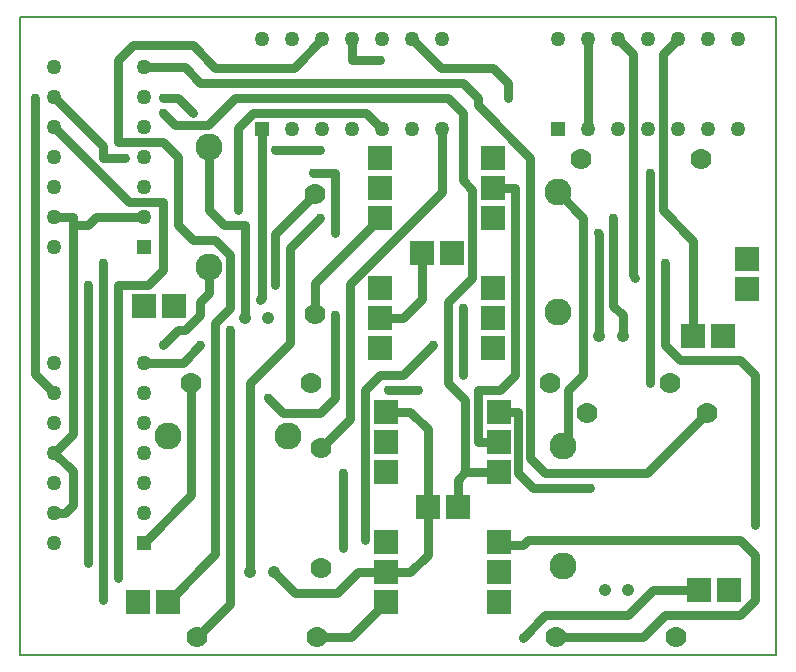
<source format=gbr>
G04 PROTEUS GERBER X2 FILE*
%TF.GenerationSoftware,Labcenter,Proteus,8.13-SP0-Build31525*%
%TF.CreationDate,2022-07-19T09:54:05+00:00*%
%TF.FileFunction,Copper,L1,Top*%
%TF.FilePolarity,Positive*%
%TF.Part,Single*%
%TF.SameCoordinates,{6f39dd04-efa5-45c4-8082-559ce8106841}*%
%FSLAX45Y45*%
%MOMM*%
G01*
%TA.AperFunction,Conductor*%
%ADD10C,0.762000*%
%TA.AperFunction,ViaPad*%
%ADD11C,0.762000*%
%TA.AperFunction,ComponentPad*%
%ADD12R,2.032000X2.032000*%
%ADD13C,1.778000*%
%ADD14C,2.286000*%
%ADD15C,1.050000*%
%TA.AperFunction,ComponentPad*%
%ADD16R,1.270000X1.270000*%
%ADD17C,1.270000*%
%TA.AperFunction,Profile*%
%ADD18C,0.203200*%
%TD.AperFunction*%
D10*
X-7874000Y+7620000D02*
X-8020000Y+7474000D01*
X-8350000Y+7474000D01*
X-7239000Y+8128000D02*
X-7239000Y+8561000D01*
X-6900000Y+8900000D01*
X-6350000Y+8696000D02*
X-6900000Y+8146000D01*
X-6900000Y+7884000D01*
X-5651500Y+7937500D02*
X-5651500Y+7366000D01*
X-4064000Y+7302500D02*
X-4064000Y+9080500D01*
X-7950000Y+7300000D02*
X-7950000Y+6350000D01*
X-8350000Y+5950000D01*
X-6000000Y+8400000D02*
X-6000000Y+8009500D01*
X-6159500Y+7850000D01*
X-6350000Y+7850000D01*
X-7302500Y+7175500D02*
X-7175500Y+7048500D01*
X-6858000Y+7048500D01*
X-6731000Y+7175500D01*
X-6731000Y+7874000D01*
X-7500000Y+7850000D02*
X-7500000Y+8636000D01*
X-7673000Y+8636000D01*
X-7800000Y+8763000D01*
X-7800000Y+9300000D01*
X-4500000Y+7700000D02*
X-4500000Y+8564000D01*
X-4508500Y+8572500D01*
X-4300000Y+7700000D02*
X-4300000Y+7874000D01*
X-4381500Y+7955500D01*
X-4381500Y+8699500D01*
X-5826000Y+9450000D02*
X-5826000Y+8921500D01*
X-6604000Y+8143500D01*
X-6604000Y+6996000D01*
X-6850000Y+6750000D01*
X-6667500Y+5905500D02*
X-6667500Y+6540500D01*
X-8350000Y+9974000D02*
X-8005500Y+9974000D01*
X-7874000Y+9842500D01*
X-5651500Y+9842500D01*
X-5524500Y+9715500D01*
X-5524500Y+9652000D01*
X-5080000Y+9207500D01*
X-5080000Y+6667500D01*
X-4953000Y+6540500D01*
X-4093500Y+6540500D01*
X-3584000Y+7050000D01*
X-4572000Y+6413500D02*
X-5056250Y+6413500D01*
X-5183250Y+6540500D01*
X-5183250Y+7054000D01*
X-5350000Y+7054000D01*
X-4866000Y+5150000D02*
X-4127500Y+5150000D01*
X-3943500Y+5334000D01*
X-3302000Y+5334000D01*
X-3175000Y+5461000D01*
X-3175000Y+5842000D01*
X-3302000Y+5969000D01*
X-5102299Y+5969000D01*
X-5143500Y+5927799D01*
X-5350000Y+5927799D01*
X-5350000Y+5958000D01*
X-8826500Y+8128000D02*
X-8826500Y+5778500D01*
X-7366000Y+8001000D02*
X-7350000Y+8017000D01*
X-7350000Y+9450000D01*
X-7620000Y+7747000D02*
X-7620000Y+5430000D01*
X-7900000Y+5150000D01*
X-6884000Y+5150000D02*
X-6596000Y+5150000D01*
X-6300000Y+5446000D01*
X-7556500Y+8763000D02*
X-7556500Y+9461500D01*
X-7429500Y+9588500D01*
X-6472500Y+9588500D01*
X-6334000Y+9450000D01*
X-5950000Y+6250000D02*
X-5950000Y+6908000D01*
X-6096000Y+7054000D01*
X-6300000Y+7054000D01*
X-5950000Y+6250000D02*
X-5950000Y+5846000D01*
X-6096000Y+5700000D01*
X-6300000Y+5700000D01*
X-6540500Y+5700000D01*
X-6716000Y+5524500D01*
X-7074500Y+5524500D01*
X-7250000Y+5700000D01*
X-7450000Y+6858000D02*
X-7450000Y+5700000D01*
X-7450000Y+6858000D02*
X-7450000Y+7302500D01*
X-7112000Y+7640500D01*
X-7112000Y+8445500D01*
X-6858000Y+8699500D01*
X-5632500Y+6546000D02*
X-5350000Y+6546000D01*
X-8191500Y+9588500D02*
X-8085350Y+9482350D01*
X-7810500Y+9482350D01*
X-7577350Y+9715500D01*
X-5778500Y+9715500D01*
X-5651500Y+9588500D01*
X-5651500Y+9017000D01*
X-5573000Y+8938500D01*
X-5573000Y+8191500D01*
X-5778500Y+7986000D01*
X-5778500Y+7302500D01*
X-5632500Y+7156500D01*
X-5632500Y+6546000D01*
X-5696000Y+6250000D02*
X-5696000Y+6482500D01*
X-5632500Y+6546000D01*
X-3937000Y+8318500D02*
X-3937000Y+7620000D01*
X-3810000Y+7493000D01*
X-3302000Y+7493000D01*
X-3175000Y+7366000D01*
X-3175000Y+6096000D01*
X-6921500Y+9080500D02*
X-6731000Y+9080500D01*
X-6731000Y+8572500D01*
X-8191500Y+9715500D02*
X-8064500Y+9715500D01*
X-7937500Y+9588500D01*
X-4850000Y+8916000D02*
X-4635500Y+8701500D01*
X-4635500Y+7366000D01*
X-4763600Y+7237900D01*
X-4763600Y+6802400D01*
X-4800000Y+6766000D01*
X-6858000Y+9271000D02*
X-7239000Y+9271000D01*
X-7800000Y+8284000D02*
X-7800000Y+8064500D01*
X-7874000Y+7990500D01*
X-7874000Y+7874000D01*
X-8001000Y+7747000D01*
X-8064500Y+7747000D01*
X-8191500Y+7620000D01*
X-6032500Y+7239000D02*
X-6286500Y+7239000D01*
X-5350000Y+6800000D02*
X-5524500Y+6800000D01*
X-5524500Y+7239000D01*
X-5334000Y+7239000D01*
X-5207000Y+7366000D01*
X-5207000Y+8445500D01*
X-5400000Y+8950000D02*
X-5207000Y+8950000D01*
X-5207000Y+8445500D01*
X-9112000Y+6712000D02*
X-8953500Y+6553500D01*
X-8953500Y+6267500D01*
X-9017000Y+6204000D01*
X-9112000Y+6204000D01*
X-8953500Y+8636000D02*
X-8826500Y+8636000D01*
X-8758500Y+8704000D01*
X-8350000Y+8704000D01*
X-9112000Y+8704000D02*
X-8953500Y+8704000D01*
X-8953500Y+8636000D01*
X-9112000Y+6712000D02*
X-8953500Y+6870500D01*
X-8953500Y+8636000D01*
X-4596000Y+10212000D02*
X-4596000Y+9450000D01*
X-6588000Y+10212000D02*
X-6588000Y+10033000D01*
X-6350000Y+10033000D01*
X-5905500Y+7620000D02*
X-6159500Y+7366000D01*
X-6350000Y+7366000D01*
X-6477000Y+7239000D01*
X-6477000Y+5969000D01*
X-3700000Y+7700000D02*
X-3700000Y+8502000D01*
X-3961000Y+8763000D01*
X-3961000Y+10085000D01*
X-3834000Y+10212000D01*
X-4191000Y+8191500D02*
X-4215000Y+8215500D01*
X-4215000Y+10085000D01*
X-4342000Y+10212000D01*
X-8699500Y+5461000D02*
X-8699500Y+8318500D01*
X-6842000Y+10212000D02*
X-7084500Y+9969500D01*
X-7747000Y+9969500D01*
X-7937500Y+10160000D01*
X-8445500Y+10160000D01*
X-8572500Y+10033000D01*
X-8572500Y+9339000D01*
X-8191500Y+9339000D01*
X-8064500Y+9212000D01*
X-8064500Y+8636000D01*
X-7937500Y+8509000D01*
X-7747000Y+8509000D01*
X-7620000Y+8382000D01*
X-7620000Y+7937500D01*
X-7747000Y+7810500D01*
X-7747000Y+5853000D01*
X-8150000Y+5450000D01*
X-8572500Y+5651500D02*
X-8572500Y+8128000D01*
X-8318500Y+8128000D01*
X-8191500Y+8255000D01*
X-8191500Y+8831000D01*
X-8477000Y+8831000D01*
X-9112000Y+9466000D01*
X-5143500Y+5143500D02*
X-4953000Y+5334000D01*
X-4254500Y+5334000D01*
X-4038500Y+5550000D01*
X-3650000Y+5550000D01*
X-9112000Y+9720000D02*
X-8699500Y+9307500D01*
X-8699500Y+9207500D01*
X-8509000Y+9207500D01*
X-9271000Y+9715500D02*
X-9271000Y+7379000D01*
X-9112000Y+7220000D01*
X-5270500Y+9715500D02*
X-5270500Y+9842500D01*
X-5397500Y+9969500D01*
X-5837500Y+9969500D01*
X-6080000Y+10212000D01*
D11*
X-7874000Y+7620000D03*
X-7239000Y+8128000D03*
X-5651500Y+7366000D03*
X-5651500Y+7937500D03*
X-4064000Y+9080500D03*
X-4064000Y+7302500D03*
X-6731000Y+7874000D03*
X-7302500Y+7175500D03*
X-4508500Y+8572500D03*
X-4381500Y+8699500D03*
X-6667500Y+6540500D03*
X-6667500Y+5905500D03*
X-4572000Y+6413500D03*
X-8826500Y+5778500D03*
X-8826500Y+8128000D03*
X-7366000Y+8001000D03*
X-7620000Y+7747000D03*
X-7556500Y+8763000D03*
X-6858000Y+8699500D03*
X-7450000Y+6858000D03*
X-8191500Y+9588500D03*
X-3175000Y+6096000D03*
X-3937000Y+8318500D03*
X-6731000Y+8572500D03*
X-6921500Y+9080500D03*
X-7937500Y+9588500D03*
X-8191500Y+9715500D03*
X-7239000Y+9271000D03*
X-6858000Y+9271000D03*
X-8191500Y+7620000D03*
X-6286500Y+7239000D03*
X-6032500Y+7239000D03*
X-5207000Y+8445500D03*
X-6350000Y+10033000D03*
X-6477000Y+5969000D03*
X-5905500Y+7620000D03*
X-4191000Y+8191500D03*
X-8699500Y+8318500D03*
X-8699500Y+5461000D03*
X-8572500Y+5651500D03*
X-5143500Y+5143500D03*
X-8509000Y+9207500D03*
X-5270500Y+9715500D03*
X-9271000Y+9715500D03*
D12*
X-6000000Y+8400000D03*
X-5746000Y+8400000D03*
X-6350000Y+8696000D03*
X-6350000Y+8950000D03*
X-6350000Y+9204000D03*
X-6350000Y+7596000D03*
X-6350000Y+7850000D03*
X-6350000Y+8104000D03*
X-5400000Y+8108000D03*
X-5400000Y+7854000D03*
X-5400000Y+7600000D03*
X-5400000Y+9204000D03*
X-5400000Y+8950000D03*
X-5400000Y+8696000D03*
D13*
X-6900000Y+8900000D03*
X-6900000Y+7884000D03*
D14*
X-7800000Y+8284000D03*
X-7800000Y+9300000D03*
D13*
X-7950000Y+7300000D03*
X-6934000Y+7300000D03*
X-3634000Y+9200000D03*
X-4650000Y+9200000D03*
X-4916000Y+7300000D03*
X-3900000Y+7300000D03*
D15*
X-7500000Y+7850000D03*
X-7300000Y+7850000D03*
X-4300000Y+7700000D03*
X-4500000Y+7700000D03*
D14*
X-4850000Y+8916000D03*
X-4850000Y+7900000D03*
D12*
X-8354000Y+7950000D03*
X-8100000Y+7950000D03*
X-3700000Y+7700000D03*
X-3446000Y+7700000D03*
X-3250000Y+8350000D03*
X-3250000Y+8096000D03*
X-5950000Y+6250000D03*
X-5696000Y+6250000D03*
X-6300000Y+6546000D03*
X-6300000Y+6800000D03*
X-6300000Y+7054000D03*
X-6300000Y+5446000D03*
X-6300000Y+5700000D03*
X-6300000Y+5954000D03*
X-5350000Y+5958000D03*
X-5350000Y+5704000D03*
X-5350000Y+5450000D03*
X-5350000Y+7054000D03*
X-5350000Y+6800000D03*
X-5350000Y+6546000D03*
D13*
X-6850000Y+6750000D03*
X-6850000Y+5734000D03*
D14*
X-7134000Y+6850000D03*
X-8150000Y+6850000D03*
D13*
X-7900000Y+5150000D03*
X-6884000Y+5150000D03*
X-3584000Y+7050000D03*
X-4600000Y+7050000D03*
X-4866000Y+5150000D03*
X-3850000Y+5150000D03*
D15*
X-7450000Y+5700000D03*
X-7250000Y+5700000D03*
X-4250000Y+5550000D03*
X-4450000Y+5550000D03*
D14*
X-4800000Y+6766000D03*
X-4800000Y+5750000D03*
D12*
X-8404000Y+5450000D03*
X-8150000Y+5450000D03*
X-3650000Y+5550000D03*
X-3396000Y+5550000D03*
D16*
X-8350000Y+5950000D03*
D17*
X-8350000Y+6204000D03*
X-8350000Y+6458000D03*
X-8350000Y+6712000D03*
X-8350000Y+6966000D03*
X-8350000Y+7220000D03*
X-8350000Y+7474000D03*
X-9112000Y+7474000D03*
X-9112000Y+7220000D03*
X-9112000Y+6966000D03*
X-9112000Y+6712000D03*
X-9112000Y+6458000D03*
X-9112000Y+6204000D03*
X-9112000Y+5950000D03*
D16*
X-4850000Y+9450000D03*
D17*
X-4596000Y+9450000D03*
X-4342000Y+9450000D03*
X-4088000Y+9450000D03*
X-3834000Y+9450000D03*
X-3580000Y+9450000D03*
X-3326000Y+9450000D03*
X-3326000Y+10212000D03*
X-3580000Y+10212000D03*
X-3834000Y+10212000D03*
X-4088000Y+10212000D03*
X-4342000Y+10212000D03*
X-4596000Y+10212000D03*
X-4850000Y+10212000D03*
D16*
X-7350000Y+9450000D03*
D17*
X-7096000Y+9450000D03*
X-6842000Y+9450000D03*
X-6588000Y+9450000D03*
X-6334000Y+9450000D03*
X-6080000Y+9450000D03*
X-5826000Y+9450000D03*
X-5826000Y+10212000D03*
X-6080000Y+10212000D03*
X-6334000Y+10212000D03*
X-6588000Y+10212000D03*
X-6842000Y+10212000D03*
X-7096000Y+10212000D03*
X-7350000Y+10212000D03*
D16*
X-8350000Y+8450000D03*
D17*
X-8350000Y+8704000D03*
X-8350000Y+8958000D03*
X-8350000Y+9212000D03*
X-8350000Y+9466000D03*
X-8350000Y+9720000D03*
X-8350000Y+9974000D03*
X-9112000Y+9974000D03*
X-9112000Y+9720000D03*
X-9112000Y+9466000D03*
X-9112000Y+9212000D03*
X-9112000Y+8958000D03*
X-9112000Y+8704000D03*
X-9112000Y+8450000D03*
D18*
X-9400000Y+5000000D02*
X-3000000Y+5000000D01*
X-3000000Y+10400000D01*
X-9400000Y+10400000D01*
X-9400000Y+5000000D01*
M02*

</source>
